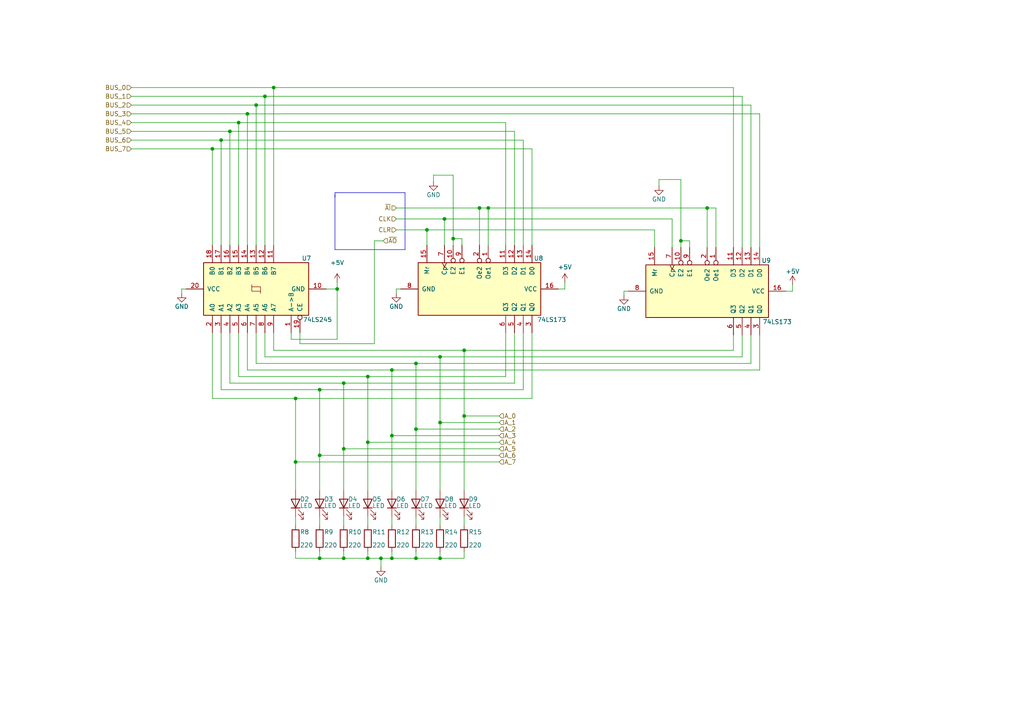
<source format=kicad_sch>
(kicad_sch (version 20230121) (generator eeschema)
  (paper "A4")
  (lib_symbols
    (symbol "74xx:74LS173" (pin_names (offset 1.016))
      (property "Reference" "U" (at -7.62 19.05 0))
      (property "Value" "74LS173" (at -7.62 -19.05 0))
      (symbol "74LS173_1_0"
        (pin input inverted (at -12.7 2.54 0) (length 5.08) (name "Oe1") (number "1"))
        (pin input inverted (at -12.7 -7.62 0) (length 5.08) (name "E2") (number "10"))
        (pin input line (at -12.7 7.62 0) (length 5.08) (name "D3") (number "11"))
        (pin input line (at -12.7 10.16 0) (length 5.08) (name "D2") (number "12"))
        (pin input line (at -12.7 12.7 0) (length 5.08) (name "D1") (number "13"))
        (pin input line (at -12.7 15.24 0) (length 5.08) (name "D0") (number "14"))
        (pin input line (at -12.7 -15.24 0) (length 5.08) (name "Mr") (number "15"))
        (pin power_in line (at 0 22.86 270) (length 5.08) (name "VCC") (number "16"))
        (pin input inverted (at -12.7 0 0) (length 5.08) (name "Oe2") (number "2"))
        (pin tri_state line (at 12.7 15.24 180) (length 5.08) (name "Q0") (number "3"))
        (pin tri_state line (at 12.7 12.7 180) (length 5.08) (name "Q1") (number "4"))
        (pin tri_state line (at 12.7 10.16 180) (length 5.08) (name "Q2") (number "5"))
        (pin tri_state line (at 12.7 7.62 180) (length 5.08) (name "Q3") (number "6"))
        (pin input clock (at -12.7 -10.16 0) (length 5.08) (name "Cp") (number "7"))
        (pin power_in line (at 0 -22.86 90) (length 5.08) (name "GND") (number "8"))
        (pin input inverted (at -12.7 -5.08 0) (length 5.08) (name "E1") (number "9"))
      )
      (symbol "74LS173_1_1"
        (rectangle (start -7.62 17.78) (end 7.62 -17.78) (stroke (width 0.254)) (fill (type background)))
      )
    )
    (symbol "74xx:74LS245" (pin_names (offset 1.016))
      (property "Reference" "U" (at -7.62 16.51 0))
      (property "Value" "74LS245" (at -7.62 -16.51 0))
      (symbol "74LS245_1_0"
        (polyline (pts (xy -0.635 -1.27) (xy -0.635 1.27) (xy 0.635 1.27)))
        (polyline (pts (xy -1.27 -1.27) (xy 0.635 -1.27) (xy 0.635 1.27) (xy 1.27 1.27)))
        (pin input line (at -12.7 -10.16 0) (length 5.08) (name "A->B") (number "1"))
        (pin power_in line (at 0 -20.32 90) (length 5.08) (name "GND") (number "10"))
        (pin tri_state line (at 12.7 -5.08 180) (length 5.08) (name "B7") (number "11"))
        (pin tri_state line (at 12.7 -2.54 180) (length 5.08) (name "B6") (number "12"))
        (pin tri_state line (at 12.7 0 180) (length 5.08) (name "B5") (number "13"))
        (pin tri_state line (at 12.7 2.54 180) (length 5.08) (name "B4") (number "14"))
        (pin tri_state line (at 12.7 5.08 180) (length 5.08) (name "B3") (number "15"))
        (pin tri_state line (at 12.7 7.62 180) (length 5.08) (name "B2") (number "16"))
        (pin tri_state line (at 12.7 10.16 180) (length 5.08) (name "B1") (number "17"))
        (pin tri_state line (at 12.7 12.7 180) (length 5.08) (name "B0") (number "18"))
        (pin input inverted (at -12.7 -12.7 0) (length 5.08) (name "CE") (number "19"))
        (pin tri_state line (at -12.7 12.7 0) (length 5.08) (name "A0") (number "2"))
        (pin power_in line (at 0 20.32 270) (length 5.08) (name "VCC") (number "20"))
        (pin tri_state line (at -12.7 10.16 0) (length 5.08) (name "A1") (number "3"))
        (pin tri_state line (at -12.7 7.62 0) (length 5.08) (name "A2") (number "4"))
        (pin tri_state line (at -12.7 5.08 0) (length 5.08) (name "A3") (number "5"))
        (pin tri_state line (at -12.7 2.54 0) (length 5.08) (name "A4") (number "6"))
        (pin tri_state line (at -12.7 0 0) (length 5.08) (name "A5") (number "7"))
        (pin tri_state line (at -12.7 -2.54 0) (length 5.08) (name "A6") (number "8"))
        (pin tri_state line (at -12.7 -5.08 0) (length 5.08) (name "A7") (number "9"))
      )
      (symbol "74LS245_1_1"
        (rectangle (start -7.62 15.24) (end 7.62 -15.24) (stroke (width 0.254)) (fill (type background)))
      )
    )
    (symbol "Device:LED" (pin_numbers hide) (pin_names (offset 1.016) hide)
      (property "Reference" "D" (at 0 2.54 0))
      (property "Value" "LED" (at 0 -2.54 0))
      (symbol "LED_0_1"
        (polyline (pts (xy -1.27 -1.27) (xy -1.27 1.27)) (stroke (width 0.254)))
        (polyline (pts (xy -1.27 0) (xy 1.27 0)))
        (polyline (pts (xy 1.27 -1.27) (xy 1.27 1.27) (xy -1.27 0) (xy 1.27 -1.27)) (stroke (width 0.254)))
        (polyline (pts (xy -3.048 -0.762) (xy -4.572 -2.286) (xy -3.81 -2.286) (xy -4.572 -2.286) (xy -4.572 -1.524)))
        (polyline (pts (xy -1.778 -0.762) (xy -3.302 -2.286) (xy -2.54 -2.286) (xy -3.302 -2.286) (xy -3.302 -1.524)))
      )
      (symbol "LED_1_1"
        (pin passive line (at -3.81 0 0) (length 2.54) (name "K") (number "1"))
        (pin passive line (at 3.81 0 180) (length 2.54) (name "A") (number "2"))
      )
    )
    (symbol "Device:R" (pin_numbers hide) (pin_names (offset 0))
      (property "Reference" "R" (at 2.032 0 90))
      (property "Value" "R" (at 0 0 90))
      (symbol "R_0_1"
        (rectangle (start -1.016 -2.54) (end 1.016 2.54) (stroke (width 0.254)))
      )
      (symbol "R_1_1"
        (pin passive line (at 0 3.81 270) (length 1.27) (name "~") (number "1"))
        (pin passive line (at 0 -3.81 90) (length 1.27) (name "~") (number "2"))
      )
    )
    (symbol "power:+5V" (power) (pin_names (offset 0))
      (property "Value" "+5V" (at 0 3.556 0))
      (symbol "+5V_0_1"
        (polyline (pts (xy -0.762 1.27) (xy 0 2.54)))
        (polyline (pts (xy 0 0) (xy 0 2.54)))
        (polyline (pts (xy 0 2.54) (xy 0.762 1.27)))
      )
      (symbol "+5V_1_1"
        (pin power_in line (at 0 0 90) (length 0) hide (name "+5V") (number "1"))
      )
    )
    (symbol "power:GND" (power) (pin_names (offset 0))
      (property "Value" "GND" (at 0 -3.81 0))
      (symbol "GND_0_1"
        (polyline (pts (xy 0 0) (xy 0 -1.27) (xy 1.27 -1.27) (xy 0 -2.54) (xy -1.27 -1.27) (xy 0 -1.27)))
      )
      (symbol "GND_1_1"
        (pin power_in line (at 0 0 270) (length 0) hide (name "GND") (number "1"))
      )
    )
  )
  (junction (at 99.695 111.125))
  (junction (at 113.665 107.315))
  (junction (at 120.65 105.41))
  (junction (at 99.695 130.175))
  (junction (at 97.79 83.82))
  (junction (at 127.635 103.505))
  (junction (at 113.665 161.925))
  (junction (at 113.665 126.365))
  (junction (at 106.68 161.925))
  (junction (at 134.62 120.65))
  (junction (at 64.135 40.64))
  (junction (at 85.725 133.985))
  (junction (at 127.635 161.925))
  (junction (at 106.68 109.22))
  (junction (at 76.835 27.94))
  (junction (at 131.445 69.215))
  (junction (at 197.485 69.85))
  (junction (at 99.695 161.925))
  (junction (at 127.635 122.555))
  (junction (at 92.71 161.925))
  (junction (at 69.215 35.56))
  (junction (at 134.62 101.6))
  (junction (at 74.295 30.48))
  (junction (at 106.68 128.27))
  (junction (at 79.375 25.4))
  (junction (at 92.71 113.03))
  (junction (at 123.825 66.675))
  (junction (at 141.605 60.325))
  (junction (at 71.755 33.02))
  (junction (at 61.595 43.18))
  (junction (at 120.65 124.46))
  (junction (at 66.675 38.1))
  (junction (at 110.49 161.925))
  (junction (at 139.065 60.325))
  (junction (at 128.905 63.5))
  (junction (at 85.725 115.57))
  (junction (at 205.105 60.325))
  (junction (at 92.71 132.08))
  (junction (at 120.65 161.925))
  (wire (pts (xy 97.79 83.82) (xy 94.615 83.82)))
  (wire (pts (xy 74.295 96.52) (xy 74.295 105.41)))
  (wire (pts (xy 113.665 149.86) (xy 113.665 152.4)))
  (wire (pts (xy 113.665 126.365) (xy 113.665 142.24)))
  (wire (pts (xy 85.725 133.985) (xy 144.78 133.985)))
  (wire (pts (xy 189.865 71.755) (xy 189.865 66.675)))
  (wire (pts (xy 197.485 71.755) (xy 197.485 69.85)))
  (wire (pts (xy 38.1 30.48) (xy 74.295 30.48)))
  (wire (pts (xy 84.455 98.425) (xy 97.79 98.425)))
  (wire (pts (xy 106.68 128.27) (xy 106.68 142.24)))
  (wire (pts (xy 212.725 101.6) (xy 134.62 101.6)))
  (wire (pts (xy 106.68 109.22) (xy 106.68 128.27)))
  (wire (pts (xy 114.935 85.09) (xy 114.935 83.82)))
  (wire (pts (xy 64.135 113.03) (xy 92.71 113.03)))
  (wire (pts (xy 163.83 81.915) (xy 163.83 83.82)))
  (wire (pts (xy 38.1 25.4) (xy 79.375 25.4)))
  (wire (pts (xy 85.725 115.57) (xy 61.595 115.57)))
  (wire (pts (xy 141.605 60.325) (xy 139.065 60.325)))
  (wire (pts (xy 85.725 149.86) (xy 85.725 152.4)))
  (wire (pts (xy 53.975 83.82) (xy 52.705 83.82)))
  (wire (pts (xy 227.965 84.455) (xy 229.87 84.455)))
  (wire (pts (xy 146.685 96.52) (xy 146.685 109.22)))
  (wire (pts (xy 212.725 25.4) (xy 79.375 25.4)))
  (wire (pts (xy 207.645 71.755) (xy 207.645 60.325)))
  (wire (pts (xy 92.71 132.08) (xy 144.78 132.08)))
  (wire (pts (xy 79.375 25.4) (xy 79.375 71.12)))
  (wire (pts (xy 38.1 33.02) (xy 71.755 33.02)))
  (wire (pts (xy 71.755 96.52) (xy 71.755 107.315)))
  (wire (pts (xy 220.345 71.755) (xy 220.345 33.02)))
  (wire (pts (xy 66.675 111.125) (xy 66.675 96.52)))
  (wire (pts (xy 154.305 115.57) (xy 85.725 115.57)))
  (wire (pts (xy 110.49 161.925) (xy 110.49 164.465)))
  (wire (pts (xy 217.805 71.755) (xy 217.805 30.48)))
  (wire (pts (xy 114.935 63.5) (xy 128.905 63.5)))
  (wire (pts (xy 229.87 82.55) (xy 229.87 84.455)))
  (wire (pts (xy 66.675 38.1) (xy 66.675 71.12)))
  (wire (pts (xy 207.645 60.325) (xy 205.105 60.325)))
  (wire (pts (xy 131.445 71.12) (xy 131.445 69.215)))
  (wire (pts (xy 114.935 60.325) (xy 139.065 60.325)))
  (wire (pts (xy 149.225 96.52) (xy 149.225 111.125)))
  (wire (pts (xy 200.025 69.85) (xy 197.485 69.85)))
  (wire (pts (xy 127.635 122.555) (xy 144.78 122.555)))
  (wire (pts (xy 120.65 149.86) (xy 120.65 152.4)))
  (wire (pts (xy 151.765 71.12) (xy 151.765 40.64)))
  (wire (pts (xy 64.135 96.52) (xy 64.135 113.03)))
  (wire (pts (xy 127.635 103.505) (xy 215.265 103.505)))
  (wire (pts (xy 134.62 120.65) (xy 144.78 120.65)))
  (wire (pts (xy 84.455 96.52) (xy 84.455 98.425)))
  (wire (pts (xy 146.685 71.12) (xy 146.685 35.56)))
  (wire (pts (xy 99.695 111.125) (xy 66.675 111.125)))
  (wire (pts (xy 113.665 107.315) (xy 220.345 107.315)))
  (wire (pts (xy 139.065 60.325) (xy 139.065 71.12)))
  (wire (pts (xy 38.1 43.18) (xy 61.595 43.18)))
  (wire (pts (xy 92.71 161.925) (xy 92.71 160.02)))
  (wire (pts (xy 106.68 161.925) (xy 99.695 161.925)))
  (polyline (pts (xy 97.155 56.515) (xy 97.155 72.39)))
  (wire (pts (xy 52.705 83.82) (xy 52.705 85.09)))
  (wire (pts (xy 123.825 66.675) (xy 123.825 71.12)))
  (wire (pts (xy 120.65 161.925) (xy 113.665 161.925)))
  (wire (pts (xy 106.68 128.27) (xy 144.78 128.27)))
  (wire (pts (xy 110.49 161.925) (xy 106.68 161.925)))
  (wire (pts (xy 79.375 101.6) (xy 79.375 96.52)))
  (wire (pts (xy 92.71 132.08) (xy 92.71 142.24)))
  (wire (pts (xy 194.945 63.5) (xy 128.905 63.5)))
  (wire (pts (xy 200.025 71.755) (xy 200.025 69.85)))
  (wire (pts (xy 120.65 124.46) (xy 120.65 142.24)))
  (wire (pts (xy 217.805 97.155) (xy 217.805 105.41)))
  (wire (pts (xy 108.585 69.85) (xy 111.125 69.85)))
  (wire (pts (xy 149.225 38.1) (xy 66.675 38.1)))
  (wire (pts (xy 212.725 71.755) (xy 212.725 25.4)))
  (polyline (pts (xy 117.475 72.39) (xy 117.475 55.88)))
  (wire (pts (xy 127.635 103.505) (xy 127.635 122.555)))
  (wire (pts (xy 113.665 126.365) (xy 144.78 126.365)))
  (wire (pts (xy 85.725 160.02) (xy 85.725 161.925)))
  (wire (pts (xy 205.105 60.325) (xy 141.605 60.325)))
  (wire (pts (xy 134.62 120.65) (xy 134.62 142.24)))
  (wire (pts (xy 38.1 40.64) (xy 64.135 40.64)))
  (wire (pts (xy 120.65 161.925) (xy 127.635 161.925)))
  (wire (pts (xy 154.305 43.18) (xy 61.595 43.18)))
  (wire (pts (xy 38.1 27.94) (xy 76.835 27.94)))
  (wire (pts (xy 64.135 40.64) (xy 64.135 71.12)))
  (wire (pts (xy 215.265 71.755) (xy 215.265 27.94)))
  (wire (pts (xy 191.135 52.07) (xy 191.135 53.975)))
  (wire (pts (xy 220.345 33.02) (xy 71.755 33.02)))
  (wire (pts (xy 120.65 160.02) (xy 120.65 161.925)))
  (wire (pts (xy 134.62 149.86) (xy 134.62 152.4)))
  (wire (pts (xy 85.725 161.925) (xy 92.71 161.925)))
  (wire (pts (xy 217.805 105.41) (xy 120.65 105.41)))
  (polyline (pts (xy 97.155 72.39) (xy 117.475 72.39)))
  (wire (pts (xy 212.725 97.155) (xy 212.725 101.6)))
  (wire (pts (xy 217.805 30.48) (xy 74.295 30.48)))
  (wire (pts (xy 113.665 107.315) (xy 113.665 126.365)))
  (wire (pts (xy 86.995 96.52) (xy 86.995 99.695)))
  (wire (pts (xy 134.62 101.6) (xy 79.375 101.6)))
  (wire (pts (xy 134.62 101.6) (xy 134.62 120.65)))
  (wire (pts (xy 128.905 63.5) (xy 128.905 71.12)))
  (wire (pts (xy 99.695 111.125) (xy 99.695 130.175)))
  (wire (pts (xy 106.68 160.02) (xy 106.68 161.925)))
  (wire (pts (xy 38.1 35.56) (xy 69.215 35.56)))
  (wire (pts (xy 38.1 38.1) (xy 66.675 38.1)))
  (wire (pts (xy 215.265 27.94) (xy 76.835 27.94)))
  (wire (pts (xy 92.71 113.03) (xy 151.765 113.03)))
  (wire (pts (xy 127.635 149.86) (xy 127.635 152.4)))
  (wire (pts (xy 69.215 96.52) (xy 69.215 109.22)))
  (wire (pts (xy 127.635 160.02) (xy 127.635 161.925)))
  (wire (pts (xy 127.635 122.555) (xy 127.635 142.24)))
  (wire (pts (xy 205.105 71.755) (xy 205.105 60.325)))
  (polyline (pts (xy 97.155 55.88) (xy 97.155 57.15)))
  (wire (pts (xy 86.995 99.695) (xy 108.585 99.695)))
  (wire (pts (xy 120.65 124.46) (xy 144.78 124.46)))
  (wire (pts (xy 99.695 161.925) (xy 92.71 161.925)))
  (wire (pts (xy 197.485 69.85) (xy 197.485 52.07)))
  (wire (pts (xy 134.62 161.925) (xy 127.635 161.925)))
  (wire (pts (xy 120.65 105.41) (xy 74.295 105.41)))
  (wire (pts (xy 108.585 99.695) (xy 108.585 69.85)))
  (wire (pts (xy 154.305 96.52) (xy 154.305 115.57)))
  (wire (pts (xy 161.925 83.82) (xy 163.83 83.82)))
  (wire (pts (xy 114.935 66.675) (xy 123.825 66.675)))
  (wire (pts (xy 146.685 35.56) (xy 69.215 35.56)))
  (wire (pts (xy 92.71 149.86) (xy 92.71 152.4)))
  (wire (pts (xy 97.79 81.915) (xy 97.79 83.82)))
  (wire (pts (xy 197.485 52.07) (xy 191.135 52.07)))
  (wire (pts (xy 99.695 160.02) (xy 99.695 161.925)))
  (wire (pts (xy 120.65 105.41) (xy 120.65 124.46)))
  (wire (pts (xy 194.945 71.755) (xy 194.945 63.5)))
  (wire (pts (xy 113.665 161.925) (xy 110.49 161.925)))
  (wire (pts (xy 125.73 50.8) (xy 125.73 52.705)))
  (wire (pts (xy 133.985 71.12) (xy 133.985 69.215)))
  (wire (pts (xy 99.695 149.86) (xy 99.695 152.4)))
  (wire (pts (xy 71.755 107.315) (xy 113.665 107.315)))
  (wire (pts (xy 189.865 66.675) (xy 123.825 66.675)))
  (wire (pts (xy 151.765 113.03) (xy 151.765 96.52)))
  (wire (pts (xy 97.79 98.425) (xy 97.79 83.82)))
  (wire (pts (xy 69.215 109.22) (xy 106.68 109.22)))
  (wire (pts (xy 141.605 71.12) (xy 141.605 60.325)))
  (wire (pts (xy 149.225 71.12) (xy 149.225 38.1)))
  (wire (pts (xy 61.595 115.57) (xy 61.595 96.52)))
  (wire (pts (xy 220.345 107.315) (xy 220.345 97.155)))
  (wire (pts (xy 85.725 115.57) (xy 85.725 133.985)))
  (wire (pts (xy 76.835 27.94) (xy 76.835 71.12)))
  (wire (pts (xy 113.665 160.02) (xy 113.665 161.925)))
  (wire (pts (xy 149.225 111.125) (xy 99.695 111.125)))
  (wire (pts (xy 76.835 103.505) (xy 127.635 103.505)))
  (wire (pts (xy 114.935 83.82) (xy 116.205 83.82)))
  (wire (pts (xy 106.68 149.86) (xy 106.68 152.4)))
  (wire (pts (xy 131.445 50.8) (xy 125.73 50.8)))
  (wire (pts (xy 134.62 160.02) (xy 134.62 161.925)))
  (wire (pts (xy 99.695 130.175) (xy 144.78 130.175)))
  (wire (pts (xy 69.215 35.56) (xy 69.215 71.12)))
  (wire (pts (xy 154.305 71.12) (xy 154.305 43.18)))
  (wire (pts (xy 71.755 33.02) (xy 71.755 71.12)))
  (wire (pts (xy 74.295 30.48) (xy 74.295 71.12)))
  (wire (pts (xy 92.71 113.03) (xy 92.71 132.08)))
  (wire (pts (xy 215.265 97.155) (xy 215.265 103.505)))
  (wire (pts (xy 131.445 69.215) (xy 131.445 50.8)))
  (wire (pts (xy 180.975 85.725) (xy 180.975 84.455)))
  (wire (pts (xy 76.835 96.52) (xy 76.835 103.505)))
  (wire (pts (xy 85.725 133.985) (xy 85.725 142.24)))
  (wire (pts (xy 106.68 109.22) (xy 146.685 109.22)))
  (wire (pts (xy 180.975 84.455) (xy 182.245 84.455)))
  (wire (pts (xy 99.695 130.175) (xy 99.695 142.24)))
  (wire (pts (xy 133.985 69.215) (xy 131.445 69.215)))
  (polyline (pts (xy 117.475 55.88) (xy 97.155 55.88)))
  (wire (pts (xy 61.595 43.18) (xy 61.595 71.12)))
  (wire (pts (xy 151.765 40.64) (xy 64.135 40.64)))
  (hierarchical_label "~{AO}" (shape input) (at 111.125 69.85 0))
  (hierarchical_label "BUS_2" (shape input) (at 38.1 30.48 180))
  (hierarchical_label "BUS_7" (shape input) (at 38.1 43.18 180))
  (hierarchical_label "BUS_6" (shape input) (at 38.1 40.64 180))
  (hierarchical_label "BUS_3" (shape input) (at 38.1 33.02 180))
  (hierarchical_label "BUS_0" (shape input) (at 38.1 25.4 180))
  (hierarchical_label "A_4" (shape input) (at 144.78 128.27 0))
  (hierarchical_label "BUS_5" (shape input) (at 38.1 38.1 180))
  (hierarchical_label "A_0" (shape input) (at 144.78 120.65 0))
  (hierarchical_label "A_6" (shape input) (at 144.78 132.08 0))
  (hierarchical_label "A_5" (shape input) (at 144.78 130.175 0))
  (hierarchical_label "A_7" (shape input) (at 144.78 133.985 0))
  (hierarchical_label "BUS_1" (shape input) (at 38.1 27.94 180))
  (hierarchical_label "~{AI}" (shape input) (at 114.935 60.325 180))
  (hierarchical_label "BUS_4" (shape input) (at 38.1 35.56 180))
  (hierarchical_label "CLR" (shape input) (at 114.935 66.675 180))
  (hierarchical_label "A_3" (shape input) (at 144.78 126.365 0))
  (hierarchical_label "A_1" (shape input) (at 144.78 122.555 0))
  (hierarchical_label "A_2" (shape input) (at 144.78 124.46 0))
  (hierarchical_label "CLK" (shape input) (at 114.935 63.5 180))
  (symbol (lib_id "Device:R") (at 120.65 156.21 0) (unit 1)
    (property "Reference" "R13" (at 121.92 154.305 0) (effects (justify left)))
    (property "Value" "220" (at 121.92 158.115 0) (effects (justify left)))
  )
  (symbol (lib_id "Device:R") (at 92.71 156.21 0) (unit 1)
    (property "Reference" "R9" (at 93.98 154.305 0) (effects (justify left)))
    (property "Value" "220" (at 93.98 158.115 0) (effects (justify left)))
  )
  (symbol (lib_id "Device:LED") (at 127.635 146.05 90) (unit 1)
    (property "Reference" "D8" (at 128.905 144.78 90) (effects (justify right)))
    (property "Value" "LED" (at 128.905 146.685 90) (effects (justify right)))
  )
  (symbol (lib_id "power:+5V") (at 163.83 81.915 0) (unit 1)
    (property "Reference" "#PWR0114" (effects hide))
    (property "Value" "+5V" (at 163.83 77.47 0))
  )
  (symbol (lib_id "74xx:74LS173") (at 205.105 84.455 270) (unit 1)
    (property "Reference" "U9" (at 222.25 75.565 90))
    (property "Value" "74LS173" (at 225.425 93.345 90))
    (property "Datasheet" "http://www.ti.com/lit/gpn/sn74LS173" (effects hide))
  )
  (symbol (lib_id "power:GND") (at 52.705 85.09 0) (unit 1)
    (property "Reference" "#PWR0115" (effects hide))
    (property "Value" "GND" (at 52.705 88.9 0))
  )
  (symbol (lib_id "Device:LED") (at 92.71 146.05 90) (unit 1)
    (property "Reference" "D3" (at 93.98 144.78 90) (effects (justify right)))
    (property "Value" "LED" (at 93.98 146.685 90) (effects (justify right)))
  )
  (symbol (lib_id "power:GND") (at 191.135 53.975 0) (unit 1)
    (property "Reference" "#PWR0111" (effects hide))
    (property "Value" "GND" (at 191.135 57.785 0))
  )
  (symbol (lib_id "Device:LED") (at 106.68 146.05 90) (unit 1)
    (property "Reference" "D5" (at 107.95 144.78 90) (effects (justify right)))
    (property "Value" "LED" (at 107.95 146.685 90) (effects (justify right)))
  )
  (symbol (lib_id "Device:R") (at 113.665 156.21 0) (unit 1)
    (property "Reference" "R12" (at 114.935 154.305 0) (effects (justify left)))
    (property "Value" "220" (at 114.935 158.115 0) (effects (justify left)))
  )
  (symbol (lib_id "Device:R") (at 99.695 156.21 0) (unit 1)
    (property "Reference" "R10" (at 100.965 154.305 0) (effects (justify left)))
    (property "Value" "220" (at 100.965 158.115 0) (effects (justify left)))
  )
  (symbol (lib_id "Device:LED") (at 85.725 146.05 90) (unit 1)
    (property "Reference" "D2" (at 86.995 144.78 90) (effects (justify right)))
    (property "Value" "LED" (at 86.995 146.685 90) (effects (justify right)))
  )
  (symbol (lib_id "Device:LED") (at 120.65 146.05 90) (unit 1)
    (property "Reference" "D7" (at 121.92 144.78 90) (effects (justify right)))
    (property "Value" "LED" (at 121.92 146.685 90) (effects (justify right)))
  )
  (symbol (lib_id "Device:R") (at 85.725 156.21 0) (unit 1)
    (property "Reference" "R8" (at 86.995 154.305 0) (effects (justify left)))
    (property "Value" "220" (at 86.995 158.115 0) (effects (justify left)))
  )
  (symbol (lib_id "74xx:74LS173") (at 139.065 83.82 270) (unit 1)
    (property "Reference" "U8" (at 156.21 74.93 90))
    (property "Value" "74LS173" (at 160.02 92.71 90))
    (property "Datasheet" "http://www.ti.com/lit/gpn/sn74LS173" (effects hide))
  )
  (symbol (lib_id "Device:R") (at 134.62 156.21 0) (unit 1)
    (property "Reference" "R15" (at 135.89 154.305 0) (effects (justify left)))
    (property "Value" "220" (at 135.89 158.115 0) (effects (justify left)))
  )
  (symbol (lib_id "Device:R") (at 127.635 156.21 0) (unit 1)
    (property "Reference" "R14" (at 128.905 154.305 0) (effects (justify left)))
    (property "Value" "220" (at 128.905 158.115 0) (effects (justify left)))
  )
  (symbol (lib_id "power:GND") (at 125.73 52.705 0) (unit 1)
    (property "Reference" "#PWR0118" (effects hide))
    (property "Value" "GND" (at 125.73 56.515 0))
  )
  (symbol (lib_id "Device:LED") (at 113.665 146.05 90) (unit 1)
    (property "Reference" "D6" (at 114.935 144.78 90) (effects (justify right)))
    (property "Value" "LED" (at 114.935 146.685 90) (effects (justify right)))
  )
  (symbol (lib_id "power:+5V") (at 97.79 81.915 0) (unit 1)
    (property "Reference" "#PWR0116" (effects hide))
    (property "Value" "+5V" (at 97.79 76.2 0))
  )
  (symbol (lib_id "power:+5V") (at 229.87 82.55 0) (unit 1)
    (property "Reference" "#PWR0112" (effects hide))
    (property "Value" "+5V" (at 229.87 78.74 0))
  )
  (symbol (lib_id "Device:LED") (at 99.695 146.05 90) (unit 1)
    (property "Reference" "D4" (at 100.965 144.78 90) (effects (justify right)))
    (property "Value" "LED" (at 100.965 146.685 90) (effects (justify right)))
  )
  (symbol (lib_id "74xx:74LS245") (at 74.295 83.82 90) (unit 1)
    (property "Reference" "U7" (at 88.9 74.93 90))
    (property "Value" "74LS245" (at 92.075 92.71 90))
    (property "Datasheet" "http://www.ti.com/lit/gpn/sn74LS245" (effects hide))
  )
  (symbol (lib_id "power:GND") (at 110.49 164.465 0) (unit 1)
    (property "Reference" "#PWR0110" (effects hide))
    (property "Value" "GND" (at 110.49 168.275 0))
  )
  (symbol (lib_id "Device:LED") (at 134.62 146.05 90) (unit 1)
    (property "Reference" "D9" (at 135.89 144.78 90) (effects (justify right)))
    (property "Value" "LED" (at 135.89 146.685 90) (effects (justify right)))
  )
  (symbol (lib_id "power:GND") (at 180.975 85.725 0) (unit 1)
    (property "Reference" "#PWR0113" (effects hide))
    (property "Value" "GND" (at 180.975 89.535 0))
  )
  (symbol (lib_id "Device:R") (at 106.68 156.21 0) (unit 1)
    (property "Reference" "R11" (at 107.95 154.305 0) (effects (justify left)))
    (property "Value" "220" (at 107.95 158.115 0) (effects (justify left)))
  )
  (symbol (lib_id "power:GND") (at 114.935 85.09 0) (unit 1)
    (property "Reference" "#PWR0117" (effects hide))
    (property "Value" "GND" (at 114.935 88.9 0))
  )
)
</source>
